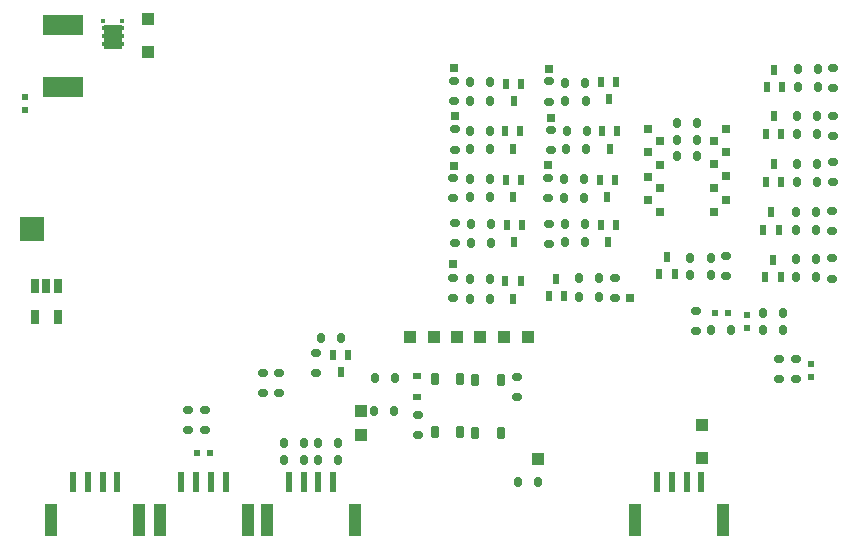
<source format=gbr>
%TF.GenerationSoftware,KiCad,Pcbnew,7.0.7*%
%TF.CreationDate,2023-09-12T16:19:00-04:00*%
%TF.ProjectId,eOPRA_interface,654f5052-415f-4696-9e74-657266616365,rev?*%
%TF.SameCoordinates,Original*%
%TF.FileFunction,Paste,Bot*%
%TF.FilePolarity,Positive*%
%FSLAX46Y46*%
G04 Gerber Fmt 4.6, Leading zero omitted, Abs format (unit mm)*
G04 Created by KiCad (PCBNEW 7.0.7) date 2023-09-12 16:19:00*
%MOMM*%
%LPD*%
G01*
G04 APERTURE LIST*
G04 Aperture macros list*
%AMRoundRect*
0 Rectangle with rounded corners*
0 $1 Rounding radius*
0 $2 $3 $4 $5 $6 $7 $8 $9 X,Y pos of 4 corners*
0 Add a 4 corners polygon primitive as box body*
4,1,4,$2,$3,$4,$5,$6,$7,$8,$9,$2,$3,0*
0 Add four circle primitives for the rounded corners*
1,1,$1+$1,$2,$3*
1,1,$1+$1,$4,$5*
1,1,$1+$1,$6,$7*
1,1,$1+$1,$8,$9*
0 Add four rect primitives between the rounded corners*
20,1,$1+$1,$2,$3,$4,$5,0*
20,1,$1+$1,$4,$5,$6,$7,0*
20,1,$1+$1,$6,$7,$8,$9,0*
20,1,$1+$1,$8,$9,$2,$3,0*%
%AMFreePoly0*
4,1,5,0.175000,-0.125000,-0.175000,-0.125000,-0.175000,0.125000,0.175000,0.125000,0.175000,-0.125000,0.175000,-0.125000,$1*%
%AMFreePoly1*
4,1,5,0.750000,-1.000000,-0.750000,-1.000000,-0.750000,1.000000,0.750000,1.000000,0.750000,-1.000000,0.750000,-1.000000,$1*%
G04 Aperture macros list end*
%ADD10R,0.520000X0.830000*%
%ADD11RoundRect,0.150000X-0.150000X-0.250000X0.150000X-0.250000X0.150000X0.250000X-0.150000X0.250000X0*%
%ADD12R,0.800000X0.800000*%
%ADD13RoundRect,0.150000X0.150000X0.250000X-0.150000X0.250000X-0.150000X-0.250000X0.150000X-0.250000X0*%
%ADD14R,1.000000X1.000000*%
%ADD15RoundRect,0.150000X-0.250000X0.150000X-0.250000X-0.150000X0.250000X-0.150000X0.250000X0.150000X0*%
%ADD16RoundRect,0.150000X0.250000X-0.150000X0.250000X0.150000X-0.250000X0.150000X-0.250000X-0.150000X0*%
%ADD17R,2.000000X2.000000*%
%ADD18R,0.600000X0.500000*%
%ADD19RoundRect,0.187500X-0.187500X0.312500X-0.187500X-0.312500X0.187500X-0.312500X0.187500X0.312500X0*%
%ADD20R,1.000000X2.700000*%
%ADD21R,0.600000X1.700000*%
%ADD22R,0.800000X0.600000*%
%ADD23R,0.406400X0.355600*%
%ADD24FreePoly0,270.000000*%
%ADD25FreePoly1,0.000000*%
%ADD26R,0.500000X0.600000*%
%ADD27R,1.100000X1.100000*%
%ADD28R,0.650000X1.220000*%
%ADD29R,3.500000X1.780000*%
%ADD30RoundRect,0.187500X0.187500X-0.312500X0.187500X0.312500X-0.187500X0.312500X-0.187500X-0.312500X0*%
G04 APERTURE END LIST*
D10*
%TO.C,Q12*%
X150350000Y-104145000D03*
X149050000Y-104145000D03*
X149700000Y-102675000D03*
%TD*%
%TO.C,Q21*%
X168750000Y-90370000D03*
X167450000Y-90370000D03*
X168100000Y-88900000D03*
%TD*%
D11*
%TO.C,R43*%
X151625000Y-102625000D03*
X153325000Y-102625000D03*
%TD*%
D12*
%TO.C,TP27*%
X158480000Y-90970000D03*
%TD*%
D10*
%TO.C,Q10*%
X145400000Y-94250000D03*
X146700000Y-94250000D03*
X146050000Y-95720000D03*
%TD*%
D13*
%TO.C,R77*%
X164501748Y-107000000D03*
X162801748Y-107000000D03*
%TD*%
D14*
%TO.C,TP6*%
X147300000Y-107575000D03*
%TD*%
D15*
%TO.C,R14*%
X137995000Y-114175004D03*
X137995000Y-115875004D03*
%TD*%
D16*
%TO.C,R22*%
X146385000Y-112645000D03*
X146385000Y-110945000D03*
%TD*%
D12*
%TO.C,TP21*%
X163060000Y-92970000D03*
%TD*%
D16*
%TO.C,R51*%
X126225000Y-112325000D03*
X126225000Y-110625000D03*
%TD*%
D13*
%TO.C,R26*%
X144055000Y-102660000D03*
X142355000Y-102660000D03*
%TD*%
D11*
%TO.C,R68*%
X170145000Y-84900000D03*
X171845000Y-84900000D03*
%TD*%
D10*
%TO.C,Q29*%
X168800000Y-86410000D03*
X167500000Y-86410000D03*
X168150000Y-84940000D03*
%TD*%
%TO.C,Q25*%
X145425000Y-86130000D03*
X146725000Y-86130000D03*
X146075000Y-87600000D03*
%TD*%
D16*
%TO.C,R69*%
X141085000Y-91715000D03*
X141085000Y-90015000D03*
%TD*%
D10*
%TO.C,Q8*%
X159725000Y-102285000D03*
X158425000Y-102285000D03*
X159075000Y-100815000D03*
%TD*%
D11*
%TO.C,R78*%
X167175000Y-105550000D03*
X168875000Y-105550000D03*
%TD*%
D12*
%TO.C,TP19*%
X158480000Y-95000000D03*
%TD*%
D10*
%TO.C,Q19*%
X168525000Y-98495000D03*
X167225000Y-98495000D03*
X167875000Y-97025000D03*
%TD*%
D12*
%TO.C,TP31*%
X141000000Y-93100000D03*
%TD*%
D17*
%TO.C,TP2*%
X105325000Y-98475000D03*
%TD*%
D15*
%TO.C,R63*%
X173125000Y-92770000D03*
X173125000Y-94470000D03*
%TD*%
D10*
%TO.C,Q2*%
X145380000Y-102865000D03*
X146680000Y-102865000D03*
X146030000Y-104335000D03*
%TD*%
D13*
%TO.C,R32*%
X152125000Y-99580000D03*
X150425000Y-99580000D03*
%TD*%
D18*
%TO.C,C31*%
X104725000Y-87300000D03*
X104725000Y-88400000D03*
%TD*%
D19*
%TO.C,SW1*%
X139395000Y-111125000D03*
X141545000Y-111125000D03*
X139395000Y-115625000D03*
X141545000Y-115625000D03*
%TD*%
D20*
%TO.C,J1*%
X114375000Y-123037500D03*
X106925000Y-123037500D03*
D21*
X112525000Y-119837500D03*
X111275000Y-119837500D03*
X110025000Y-119837500D03*
X108775000Y-119837500D03*
%TD*%
D13*
%TO.C,R73*%
X144085000Y-91665000D03*
X142385000Y-91665000D03*
%TD*%
D22*
%TO.C,D6*%
X137895000Y-112625004D03*
X137895000Y-110925004D03*
%TD*%
D15*
%TO.C,R33*%
X164100000Y-100750000D03*
X164100000Y-102450000D03*
%TD*%
D11*
%TO.C,R54*%
X170050000Y-90425000D03*
X171750000Y-90425000D03*
%TD*%
D15*
%TO.C,R8*%
X124850000Y-110625000D03*
X124850000Y-112325000D03*
%TD*%
D20*
%TO.C,J2*%
X132650000Y-123050000D03*
X125200000Y-123050000D03*
D21*
X130800000Y-119850000D03*
X129550000Y-119850000D03*
X128300000Y-119850000D03*
X127050000Y-119850000D03*
%TD*%
D13*
%TO.C,R71*%
X144085000Y-90115000D03*
X142385000Y-90115000D03*
%TD*%
D10*
%TO.C,Q32*%
X145360000Y-90155000D03*
X146660000Y-90155000D03*
X146010000Y-91625000D03*
%TD*%
D11*
%TO.C,R83*%
X146475000Y-119875000D03*
X148175000Y-119875000D03*
%TD*%
D16*
%TO.C,R19*%
X141125000Y-99645000D03*
X141125000Y-97945000D03*
%TD*%
%TO.C,R58*%
X141062500Y-87600000D03*
X141062500Y-85900000D03*
%TD*%
D11*
%TO.C,R87*%
X159925000Y-89500000D03*
X161625000Y-89500000D03*
%TD*%
D16*
%TO.C,R13*%
X170000000Y-111175000D03*
X170000000Y-109475000D03*
%TD*%
D12*
%TO.C,TP16*%
X157460000Y-96010000D03*
%TD*%
D11*
%TO.C,R34*%
X161050000Y-102350000D03*
X162750000Y-102350000D03*
%TD*%
D15*
%TO.C,R39*%
X154625000Y-102600000D03*
X154625000Y-104300000D03*
%TD*%
D12*
%TO.C,TP20*%
X163070000Y-94990000D03*
%TD*%
D23*
%TO.C,Q5*%
X112920002Y-80790000D03*
D24*
X111280001Y-81439979D03*
X111280001Y-82089979D03*
X111280001Y-82739979D03*
D25*
X112130001Y-82214979D03*
D24*
X112980001Y-81439979D03*
X112980001Y-82089979D03*
X112980001Y-82739979D03*
D23*
X111340000Y-80790000D03*
%TD*%
D11*
%TO.C,R41*%
X151625000Y-104200000D03*
X153325000Y-104200000D03*
%TD*%
D13*
%TO.C,R31*%
X152150000Y-98030000D03*
X150450000Y-98030000D03*
%TD*%
%TO.C,R49*%
X152075000Y-95795000D03*
X150375000Y-95795000D03*
%TD*%
D14*
%TO.C,TP9*%
X133175000Y-115875000D03*
%TD*%
D11*
%TO.C,R82*%
X134325000Y-111050000D03*
X136025000Y-111050000D03*
%TD*%
D14*
%TO.C,TP1*%
X133175000Y-113840000D03*
%TD*%
D13*
%TO.C,R59*%
X152260000Y-90155000D03*
X150560000Y-90155000D03*
%TD*%
D10*
%TO.C,Q6*%
X153450000Y-98070000D03*
X154750000Y-98070000D03*
X154100000Y-99540000D03*
%TD*%
D26*
%TO.C,R80*%
X120375000Y-117375000D03*
X119275000Y-117375000D03*
%TD*%
D12*
%TO.C,TP15*%
X164090000Y-96000000D03*
%TD*%
D16*
%TO.C,R79*%
X168550000Y-111175000D03*
X168550000Y-109475000D03*
%TD*%
D12*
%TO.C,TP30*%
X155900000Y-104275000D03*
%TD*%
D13*
%TO.C,R60*%
X144100000Y-86025000D03*
X142400000Y-86025000D03*
%TD*%
D12*
%TO.C,TP14*%
X158480000Y-96980000D03*
%TD*%
%TO.C,TP32*%
X149000000Y-93040000D03*
%TD*%
D14*
%TO.C,TP5*%
X137300000Y-107550000D03*
%TD*%
D11*
%TO.C,R44*%
X170000000Y-101010000D03*
X171700000Y-101010000D03*
%TD*%
D12*
%TO.C,TP36*%
X149090000Y-84930000D03*
%TD*%
%TO.C,TP17*%
X157460000Y-94000000D03*
%TD*%
D11*
%TO.C,R88*%
X159925000Y-92300000D03*
X161625000Y-92300000D03*
%TD*%
D16*
%TO.C,R57*%
X149235000Y-91755000D03*
X149235000Y-90055000D03*
%TD*%
D27*
%TO.C,D5*%
X115120000Y-83470000D03*
X115120000Y-80670000D03*
%TD*%
D11*
%TO.C,R42*%
X170000000Y-102535000D03*
X171700000Y-102535000D03*
%TD*%
D13*
%TO.C,R74*%
X152167500Y-87600000D03*
X150467500Y-87600000D03*
%TD*%
D27*
%TO.C,D2*%
X162000000Y-115050000D03*
X162000000Y-117850000D03*
%TD*%
D13*
%TO.C,R47*%
X152075000Y-94245000D03*
X150375000Y-94245000D03*
%TD*%
D12*
%TO.C,TP13*%
X163070000Y-96990000D03*
%TD*%
D10*
%TO.C,Q16*%
X153375000Y-94285000D03*
X154675000Y-94285000D03*
X154025000Y-95755000D03*
%TD*%
D14*
%TO.C,TP7*%
X139305000Y-107600000D03*
%TD*%
D18*
%TO.C,C36*%
X171250000Y-110975000D03*
X171250000Y-109875000D03*
%TD*%
D26*
%TO.C,C27*%
X163101748Y-105575000D03*
X164201748Y-105575000D03*
%TD*%
D12*
%TO.C,TP34*%
X141090000Y-88900000D03*
%TD*%
D13*
%TO.C,R7*%
X131450000Y-107675000D03*
X129750000Y-107675000D03*
%TD*%
D10*
%TO.C,Q24*%
X153560000Y-90170000D03*
X154860000Y-90170000D03*
X154210000Y-91640000D03*
%TD*%
D16*
%TO.C,R25*%
X118550000Y-115475000D03*
X118550000Y-113775000D03*
%TD*%
D15*
%TO.C,R11*%
X119950000Y-113775000D03*
X119950000Y-115475000D03*
%TD*%
D28*
%TO.C,U14*%
X105575000Y-103280000D03*
X106525000Y-103280000D03*
X107475000Y-103280000D03*
X107475000Y-105900000D03*
X105575000Y-105900000D03*
%TD*%
D16*
%TO.C,R70*%
X149092500Y-87650000D03*
X149092500Y-85950000D03*
%TD*%
D13*
%TO.C,R61*%
X152235000Y-91680000D03*
X150535000Y-91680000D03*
%TD*%
D11*
%TO.C,R9*%
X129550000Y-117975000D03*
X131250000Y-117975000D03*
%TD*%
%TO.C,R56*%
X170050000Y-88850000D03*
X171750000Y-88850000D03*
%TD*%
D12*
%TO.C,TP23*%
X164070000Y-91950000D03*
%TD*%
D16*
%TO.C,R45*%
X149000000Y-95845000D03*
X149000000Y-94145000D03*
%TD*%
D11*
%TO.C,R66*%
X170145000Y-86450000D03*
X171845000Y-86450000D03*
%TD*%
D13*
%TO.C,R72*%
X152142500Y-86050000D03*
X150442500Y-86050000D03*
%TD*%
%TO.C,R5*%
X144055000Y-104385000D03*
X142355000Y-104385000D03*
%TD*%
D11*
%TO.C,R65*%
X170038690Y-94480000D03*
X171738690Y-94480000D03*
%TD*%
D10*
%TO.C,Q28*%
X168738690Y-94425000D03*
X167438690Y-94425000D03*
X168088690Y-92955000D03*
%TD*%
D11*
%TO.C,R85*%
X159925000Y-90900000D03*
X161625000Y-90900000D03*
%TD*%
D16*
%TO.C,R36*%
X140975000Y-95810000D03*
X140975000Y-94110000D03*
%TD*%
D10*
%TO.C,Q4*%
X145500000Y-98110000D03*
X146800000Y-98110000D03*
X146150000Y-99580000D03*
%TD*%
D13*
%TO.C,R62*%
X144100000Y-87600000D03*
X142400000Y-87600000D03*
%TD*%
D29*
%TO.C,F1*%
X107895000Y-86395675D03*
X107895000Y-81165675D03*
%TD*%
D15*
%TO.C,R76*%
X161501748Y-105400000D03*
X161501748Y-107100000D03*
%TD*%
D11*
%TO.C,R53*%
X169950000Y-98535000D03*
X171650000Y-98535000D03*
%TD*%
D20*
%TO.C,J3*%
X123550000Y-123075000D03*
X116100000Y-123075000D03*
D21*
X121700000Y-119875000D03*
X120450000Y-119875000D03*
X119200000Y-119875000D03*
X117950000Y-119875000D03*
%TD*%
D11*
%TO.C,R55*%
X169950000Y-96960000D03*
X171650000Y-96960000D03*
%TD*%
D10*
%TO.C,Q33*%
X153467500Y-85980000D03*
X154767500Y-85980000D03*
X154117500Y-87450000D03*
%TD*%
D11*
%TO.C,R21*%
X129550000Y-116600000D03*
X131250000Y-116600000D03*
%TD*%
D10*
%TO.C,Q3*%
X130800000Y-109090000D03*
X132100000Y-109090000D03*
X131450000Y-110560000D03*
%TD*%
D12*
%TO.C,TP25*%
X157470000Y-89970000D03*
%TD*%
D11*
%TO.C,R35*%
X161050000Y-100875000D03*
X162750000Y-100875000D03*
%TD*%
D13*
%TO.C,R48*%
X144150000Y-99620000D03*
X142450000Y-99620000D03*
%TD*%
D15*
%TO.C,R50*%
X173050000Y-96885000D03*
X173050000Y-98585000D03*
%TD*%
D12*
%TO.C,TP24*%
X157470000Y-91960000D03*
%TD*%
D16*
%TO.C,R30*%
X149050000Y-99685000D03*
X149050000Y-97985000D03*
%TD*%
D15*
%TO.C,R52*%
X173150000Y-88835000D03*
X173150000Y-90535000D03*
%TD*%
D14*
%TO.C,TP11*%
X143275000Y-107575000D03*
%TD*%
D20*
%TO.C,J7*%
X163825000Y-123050000D03*
X156375000Y-123050000D03*
D21*
X161975000Y-119850000D03*
X160725000Y-119850000D03*
X159475000Y-119850000D03*
X158225000Y-119850000D03*
%TD*%
D10*
%TO.C,Q13*%
X168700000Y-102495000D03*
X167400000Y-102495000D03*
X168050000Y-101025000D03*
%TD*%
D12*
%TO.C,TP28*%
X163060000Y-90990000D03*
%TD*%
D30*
%TO.C,SW5*%
X144995000Y-115685000D03*
X142845000Y-115685000D03*
X144995000Y-111185000D03*
X142845000Y-111185000D03*
%TD*%
D12*
%TO.C,TP22*%
X158480000Y-92980000D03*
%TD*%
%TO.C,TP18*%
X164090000Y-93990000D03*
%TD*%
%TO.C,TP26*%
X164080000Y-90000000D03*
%TD*%
D13*
%TO.C,R12*%
X128325000Y-116600000D03*
X126625000Y-116600000D03*
%TD*%
D11*
%TO.C,R67*%
X170038690Y-92905000D03*
X171738690Y-92905000D03*
%TD*%
D15*
%TO.C,R40*%
X173050000Y-100935000D03*
X173050000Y-102635000D03*
%TD*%
D16*
%TO.C,R3*%
X140960000Y-104260000D03*
X140960000Y-102560000D03*
%TD*%
D15*
%TO.C,R64*%
X173145000Y-84800000D03*
X173145000Y-86500000D03*
%TD*%
D16*
%TO.C,R6*%
X129375000Y-110650000D03*
X129375000Y-108950000D03*
%TD*%
D14*
%TO.C,TP12*%
X141305000Y-107600000D03*
%TD*%
D13*
%TO.C,R20*%
X135975000Y-113850000D03*
X134275000Y-113850000D03*
%TD*%
D18*
%TO.C,C26*%
X165875000Y-106825000D03*
X165875000Y-105725000D03*
%TD*%
D12*
%TO.C,TP33*%
X149240000Y-89060000D03*
%TD*%
%TO.C,TP29*%
X140960000Y-101430000D03*
%TD*%
D14*
%TO.C,TP3*%
X148160000Y-117875000D03*
%TD*%
D13*
%TO.C,R75*%
X168900000Y-106975000D03*
X167200000Y-106975000D03*
%TD*%
%TO.C,R37*%
X144050000Y-94185000D03*
X142350000Y-94185000D03*
%TD*%
%TO.C,R10*%
X128300000Y-117975000D03*
X126600000Y-117975000D03*
%TD*%
D12*
%TO.C,TP35*%
X141020000Y-84810000D03*
%TD*%
D14*
%TO.C,TP8*%
X145300000Y-107600000D03*
%TD*%
D13*
%TO.C,R38*%
X144050000Y-95760000D03*
X142350000Y-95760000D03*
%TD*%
%TO.C,R46*%
X144175000Y-98045000D03*
X142475000Y-98045000D03*
%TD*%
M02*

</source>
